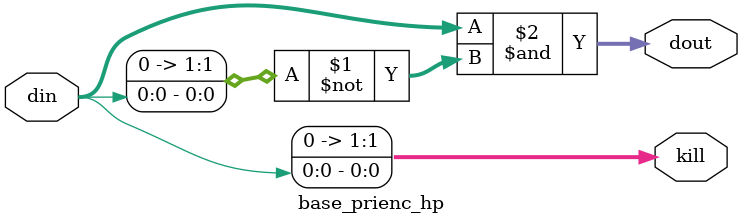
<source format=v>
/* priority encoder. din[0] has highest priority */
module base_prienc_hp#
  (parameter ways=2
   )
   (
    input [0:ways-1]  din,
    output [0:ways-1] dout,
    output [0:ways-1] kill
    );
   assign kill[0] = 1'b0;
   generate
      if (ways > 1)
	begin : gen1 
	   assign kill[1:ways-1] = din[0:ways-2] | kill[0:ways-2];
	end
   endgenerate
   assign dout = din & ~kill;

endmodule // gx_prienc


   
   
   

</source>
